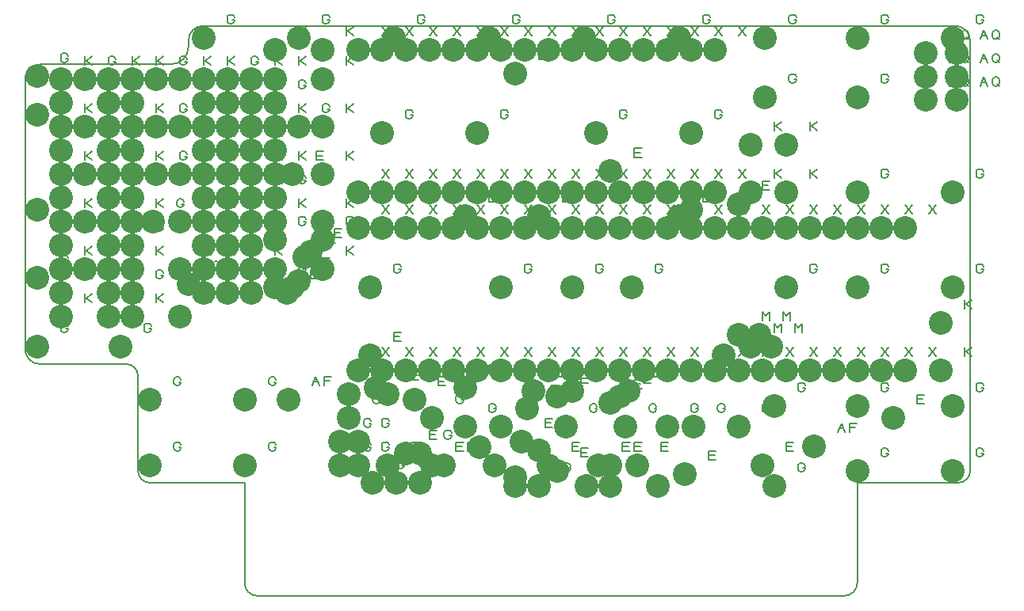
<source format=gbr>
G04 DesignSpark PCB PRO Gerber Version 10.0 Build 5299*
G04 #@! TF.Part,Single*
G04 #@! TF.FileFunction,Drillmap*
G04 #@! TF.FilePolarity,Positive*
%FSLAX35Y35*%
%MOIN*%
%ADD13C,0.00500*%
G04 #@! TA.AperFunction,WasherPad*
%ADD78C,0.10000*%
G04 #@! TD.AperFunction*
X0Y0D02*
D02*
D13*
X32437Y122152D02*
X33375D01*
Y121839D01*
X33063Y121214D01*
X32750Y120902D01*
X32125Y120589D01*
X31500D01*
X30875Y120902D01*
X30563Y121214D01*
X30250Y121839D01*
Y123089D01*
X30563Y123714D01*
X30875Y124027D01*
X31500Y124339D01*
X32125D01*
X32750Y124027D01*
X33063Y123714D01*
X33375Y123089D01*
X32437Y150902D02*
X33375D01*
Y150589D01*
X33063Y149964D01*
X32750Y149652D01*
X32125Y149339D01*
X31500D01*
X30875Y149652D01*
X30563Y149964D01*
X30250Y150589D01*
Y151839D01*
X30563Y152464D01*
X30875Y152777D01*
X31500Y153089D01*
X32125D01*
X32750Y152777D01*
X33063Y152464D01*
X33375Y151839D01*
X32437Y179652D02*
X33375D01*
Y179339D01*
X33063Y178714D01*
X32750Y178402D01*
X32125Y178089D01*
X31500D01*
X30875Y178402D01*
X30563Y178714D01*
X30250Y179339D01*
Y180589D01*
X30563Y181214D01*
X30875Y181527D01*
X31500Y181839D01*
X32125D01*
X32750Y181527D01*
X33063Y181214D01*
X33375Y180589D01*
X32437Y219652D02*
X33375D01*
Y219339D01*
X33063Y218714D01*
X32750Y218402D01*
X32125Y218089D01*
X31500D01*
X30875Y218402D01*
X30563Y218714D01*
X30250Y219339D01*
Y220589D01*
X30563Y221214D01*
X30875Y221527D01*
X31500Y221839D01*
X32125D01*
X32750Y221527D01*
X33063Y221214D01*
X33375Y220589D01*
X32437Y235902D02*
X33375D01*
Y235589D01*
X33063Y234964D01*
X32750Y234652D01*
X32125Y234339D01*
X31500D01*
X30875Y234652D01*
X30563Y234964D01*
X30250Y235589D01*
Y236839D01*
X30563Y237464D01*
X30875Y237777D01*
X31500Y238089D01*
X32125D01*
X32750Y237777D01*
X33063Y237464D01*
X33375Y236839D01*
X40250Y133089D02*
Y136839D01*
Y134964D02*
X41187D01*
X43375Y136839D01*
X41187Y134964D02*
X43375Y133089D01*
X40250Y143089D02*
Y146839D01*
Y144964D02*
X41187D01*
X43375Y146839D01*
X41187Y144964D02*
X43375Y143089D01*
X40250Y153089D02*
Y156839D01*
Y154964D02*
X41187D01*
X43375Y156839D01*
X41187Y154964D02*
X43375Y153089D01*
X40250Y163089D02*
Y166839D01*
Y164964D02*
X41187D01*
X43375Y166839D01*
X41187Y164964D02*
X43375Y163089D01*
X40250Y173089D02*
Y176839D01*
Y174964D02*
X41187D01*
X43375Y176839D01*
X41187Y174964D02*
X43375Y173089D01*
X40250Y183089D02*
Y186839D01*
Y184964D02*
X41187D01*
X43375Y186839D01*
X41187Y184964D02*
X43375Y183089D01*
X40250Y193089D02*
Y196839D01*
Y194964D02*
X41187D01*
X43375Y196839D01*
X41187Y194964D02*
X43375Y193089D01*
X40250Y203089D02*
Y206839D01*
Y204964D02*
X41187D01*
X43375Y206839D01*
X41187Y204964D02*
X43375Y203089D01*
X40250Y213089D02*
Y216839D01*
Y214964D02*
X41187D01*
X43375Y216839D01*
X41187Y214964D02*
X43375Y213089D01*
X40250Y223089D02*
Y226839D01*
Y224964D02*
X41187D01*
X43375Y226839D01*
X41187Y224964D02*
X43375Y223089D01*
X40250Y233089D02*
Y236839D01*
Y234964D02*
X41187D01*
X43375Y236839D01*
X41187Y234964D02*
X43375Y233089D01*
X52437Y154652D02*
X53375D01*
Y154339D01*
X53063Y153714D01*
X52750Y153402D01*
X52125Y153089D01*
X51500D01*
X50875Y153402D01*
X50563Y153714D01*
X50250Y154339D01*
Y155589D01*
X50563Y156214D01*
X50875Y156527D01*
X51500Y156839D01*
X52125D01*
X52750Y156527D01*
X53063Y156214D01*
X53375Y155589D01*
X52437Y174652D02*
X53375D01*
Y174339D01*
X53063Y173714D01*
X52750Y173402D01*
X52125Y173089D01*
X51500D01*
X50875Y173402D01*
X50563Y173714D01*
X50250Y174339D01*
Y175589D01*
X50563Y176214D01*
X50875Y176527D01*
X51500Y176839D01*
X52125D01*
X52750Y176527D01*
X53063Y176214D01*
X53375Y175589D01*
X52437Y194652D02*
X53375D01*
Y194339D01*
X53063Y193714D01*
X52750Y193402D01*
X52125Y193089D01*
X51500D01*
X50875Y193402D01*
X50563Y193714D01*
X50250Y194339D01*
Y195589D01*
X50563Y196214D01*
X50875Y196527D01*
X51500Y196839D01*
X52125D01*
X52750Y196527D01*
X53063Y196214D01*
X53375Y195589D01*
X52437Y214652D02*
X53375D01*
Y214339D01*
X53063Y213714D01*
X52750Y213402D01*
X52125Y213089D01*
X51500D01*
X50875Y213402D01*
X50563Y213714D01*
X50250Y214339D01*
Y215589D01*
X50563Y216214D01*
X50875Y216527D01*
X51500Y216839D01*
X52125D01*
X52750Y216527D01*
X53063Y216214D01*
X53375Y215589D01*
X52437Y234652D02*
X53375D01*
Y234339D01*
X53063Y233714D01*
X52750Y233402D01*
X52125Y233089D01*
X51500D01*
X50875Y233402D01*
X50563Y233714D01*
X50250Y234339D01*
Y235589D01*
X50563Y236214D01*
X50875Y236527D01*
X51500Y236839D01*
X52125D01*
X52750Y236527D01*
X53063Y236214D01*
X53375Y235589D01*
X60250Y133089D02*
Y136839D01*
Y134964D02*
X61187D01*
X63375Y136839D01*
X61187Y134964D02*
X63375Y133089D01*
X60250Y143089D02*
Y146839D01*
Y144964D02*
X61187D01*
X63375Y146839D01*
X61187Y144964D02*
X63375Y143089D01*
X60250Y153089D02*
Y156839D01*
Y154964D02*
X61187D01*
X63375Y156839D01*
X61187Y154964D02*
X63375Y153089D01*
X60250Y163089D02*
Y166839D01*
Y164964D02*
X61187D01*
X63375Y166839D01*
X61187Y164964D02*
X63375Y163089D01*
X60250Y173089D02*
Y176839D01*
Y174964D02*
X61187D01*
X63375Y176839D01*
X61187Y174964D02*
X63375Y173089D01*
X60250Y183089D02*
Y186839D01*
Y184964D02*
X61187D01*
X63375Y186839D01*
X61187Y184964D02*
X63375Y183089D01*
X60250Y193089D02*
Y196839D01*
Y194964D02*
X61187D01*
X63375Y196839D01*
X61187Y194964D02*
X63375Y193089D01*
X60250Y203089D02*
Y206839D01*
Y204964D02*
X61187D01*
X63375Y206839D01*
X61187Y204964D02*
X63375Y203089D01*
X60250Y213089D02*
Y216839D01*
Y214964D02*
X61187D01*
X63375Y216839D01*
X61187Y214964D02*
X63375Y213089D01*
X60250Y223089D02*
Y226839D01*
Y224964D02*
X61187D01*
X63375Y226839D01*
X61187Y224964D02*
X63375Y223089D01*
X60250Y233089D02*
Y236839D01*
Y234964D02*
X61187D01*
X63375Y236839D01*
X61187Y234964D02*
X63375Y233089D01*
X67437Y122152D02*
X68375D01*
Y121839D01*
X68063Y121214D01*
X67750Y120902D01*
X67125Y120589D01*
X66500D01*
X65875Y120902D01*
X65563Y121214D01*
X65250Y121839D01*
Y123089D01*
X65563Y123714D01*
X65875Y124027D01*
X66500Y124339D01*
X67125D01*
X67750Y124027D01*
X68063Y123714D01*
X68375Y123089D01*
X70250Y133089D02*
Y136839D01*
Y134964D02*
X71187D01*
X73375Y136839D01*
X71187Y134964D02*
X73375Y133089D01*
X72437Y144652D02*
X73375D01*
Y144339D01*
X73063Y143714D01*
X72750Y143402D01*
X72125Y143089D01*
X71500D01*
X70875Y143402D01*
X70563Y143714D01*
X70250Y144339D01*
Y145589D01*
X70563Y146214D01*
X70875Y146527D01*
X71500Y146839D01*
X72125D01*
X72750Y146527D01*
X73063Y146214D01*
X73375Y145589D01*
X70250Y153089D02*
Y156839D01*
Y154964D02*
X71187D01*
X73375Y156839D01*
X71187Y154964D02*
X73375Y153089D01*
X72437Y164652D02*
X73375D01*
Y164339D01*
X73063Y163714D01*
X72750Y163402D01*
X72125Y163089D01*
X71500D01*
X70875Y163402D01*
X70563Y163714D01*
X70250Y164339D01*
Y165589D01*
X70563Y166214D01*
X70875Y166527D01*
X71500Y166839D01*
X72125D01*
X72750Y166527D01*
X73063Y166214D01*
X73375Y165589D01*
X70250Y173089D02*
Y176839D01*
Y174964D02*
X71187D01*
X73375Y176839D01*
X71187Y174964D02*
X73375Y173089D01*
X72437Y184652D02*
X73375D01*
Y184339D01*
X73063Y183714D01*
X72750Y183402D01*
X72125Y183089D01*
X71500D01*
X70875Y183402D01*
X70563Y183714D01*
X70250Y184339D01*
Y185589D01*
X70563Y186214D01*
X70875Y186527D01*
X71500Y186839D01*
X72125D01*
X72750Y186527D01*
X73063Y186214D01*
X73375Y185589D01*
X70250Y193089D02*
Y196839D01*
Y194964D02*
X71187D01*
X73375Y196839D01*
X71187Y194964D02*
X73375Y193089D01*
X72437Y204652D02*
X73375D01*
Y204339D01*
X73063Y203714D01*
X72750Y203402D01*
X72125Y203089D01*
X71500D01*
X70875Y203402D01*
X70563Y203714D01*
X70250Y204339D01*
Y205589D01*
X70563Y206214D01*
X70875Y206527D01*
X71500Y206839D01*
X72125D01*
X72750Y206527D01*
X73063Y206214D01*
X73375Y205589D01*
X70250Y213089D02*
Y216839D01*
Y214964D02*
X71187D01*
X73375Y216839D01*
X71187Y214964D02*
X73375Y213089D01*
X72437Y224652D02*
X73375D01*
Y224339D01*
X73063Y223714D01*
X72750Y223402D01*
X72125Y223089D01*
X71500D01*
X70875Y223402D01*
X70563Y223714D01*
X70250Y224339D01*
Y225589D01*
X70563Y226214D01*
X70875Y226527D01*
X71500Y226839D01*
X72125D01*
X72750Y226527D01*
X73063Y226214D01*
X73375Y225589D01*
X70250Y233089D02*
Y236839D01*
Y234964D02*
X71187D01*
X73375Y236839D01*
X71187Y234964D02*
X73375Y233089D01*
X79937Y72152D02*
X80875D01*
Y71839D01*
X80563Y71214D01*
X80250Y70902D01*
X79625Y70589D01*
X79000D01*
X78375Y70902D01*
X78063Y71214D01*
X77750Y71839D01*
Y73089D01*
X78063Y73714D01*
X78375Y74027D01*
X79000Y74339D01*
X79625D01*
X80250Y74027D01*
X80563Y73714D01*
X80875Y73089D01*
X79937Y99652D02*
X80875D01*
Y99339D01*
X80563Y98714D01*
X80250Y98402D01*
X79625Y98089D01*
X79000D01*
X78375Y98402D01*
X78063Y98714D01*
X77750Y99339D01*
Y100589D01*
X78063Y101214D01*
X78375Y101527D01*
X79000Y101839D01*
X79625D01*
X80250Y101527D01*
X80563Y101214D01*
X80875Y100589D01*
X81187Y174652D02*
X82125D01*
Y174339D01*
X81813Y173714D01*
X81500Y173402D01*
X80875Y173089D01*
X80250D01*
X79625Y173402D01*
X79313Y173714D01*
X79000Y174339D01*
Y175589D01*
X79313Y176214D01*
X79625Y176527D01*
X80250Y176839D01*
X80875D01*
X81500Y176527D01*
X81813Y176214D01*
X82125Y175589D01*
X82437Y194652D02*
X83375D01*
Y194339D01*
X83063Y193714D01*
X82750Y193402D01*
X82125Y193089D01*
X81500D01*
X80875Y193402D01*
X80563Y193714D01*
X80250Y194339D01*
Y195589D01*
X80563Y196214D01*
X80875Y196527D01*
X81500Y196839D01*
X82125D01*
X82750Y196527D01*
X83063Y196214D01*
X83375Y195589D01*
X82437Y214652D02*
X83375D01*
Y214339D01*
X83063Y213714D01*
X82750Y213402D01*
X82125Y213089D01*
X81500D01*
X80875Y213402D01*
X80563Y213714D01*
X80250Y214339D01*
Y215589D01*
X80563Y216214D01*
X80875Y216527D01*
X81500Y216839D01*
X82125D01*
X82750Y216527D01*
X83063Y216214D01*
X83375Y215589D01*
X82437Y234652D02*
X83375D01*
Y234339D01*
X83063Y233714D01*
X82750Y233402D01*
X82125Y233089D01*
X81500D01*
X80875Y233402D01*
X80563Y233714D01*
X80250Y234339D01*
Y235589D01*
X80563Y236214D01*
X80875Y236527D01*
X81500Y236839D01*
X82125D01*
X82750Y236527D01*
X83063Y236214D01*
X83375Y235589D01*
X90250Y133089D02*
Y136839D01*
Y134964D02*
X91187D01*
X93375Y136839D01*
X91187Y134964D02*
X93375Y133089D01*
X90250Y153089D02*
Y156839D01*
Y154964D02*
X91187D01*
X93375Y156839D01*
X91187Y154964D02*
X93375Y153089D01*
X90250Y173089D02*
Y176839D01*
Y174964D02*
X91187D01*
X93375Y176839D01*
X91187Y174964D02*
X93375Y173089D01*
X90250Y193089D02*
Y196839D01*
Y194964D02*
X91187D01*
X93375Y196839D01*
X91187Y194964D02*
X93375Y193089D01*
X90250Y213089D02*
Y216839D01*
Y214964D02*
X91187D01*
X93375Y216839D01*
X91187Y214964D02*
X93375Y213089D01*
X90250Y233089D02*
Y236839D01*
Y234964D02*
X91187D01*
X93375Y236839D01*
X91187Y234964D02*
X93375Y233089D01*
X96187Y148402D02*
X97125D01*
Y148089D01*
X96813Y147464D01*
X96500Y147152D01*
X95875Y146839D01*
X95250D01*
X94625Y147152D01*
X94313Y147464D01*
X94000Y148089D01*
Y149339D01*
X94313Y149964D01*
X94625Y150277D01*
X95250Y150589D01*
X95875D01*
X96500Y150277D01*
X96813Y149964D01*
X97125Y149339D01*
X100250Y143089D02*
Y146839D01*
Y144964D02*
X101187D01*
X103375Y146839D01*
X101187Y144964D02*
X103375Y143089D01*
X100250Y153089D02*
Y156839D01*
Y154964D02*
X101187D01*
X103375Y156839D01*
X101187Y154964D02*
X103375Y153089D01*
X100250Y163089D02*
Y166839D01*
Y164964D02*
X101187D01*
X103375Y166839D01*
X101187Y164964D02*
X103375Y163089D01*
X100250Y173089D02*
Y176839D01*
Y174964D02*
X101187D01*
X103375Y176839D01*
X101187Y174964D02*
X103375Y173089D01*
X100250Y183089D02*
Y186839D01*
Y184964D02*
X101187D01*
X103375Y186839D01*
X101187Y184964D02*
X103375Y183089D01*
X100250Y193089D02*
Y196839D01*
Y194964D02*
X101187D01*
X103375Y196839D01*
X101187Y194964D02*
X103375Y193089D01*
X100250Y203089D02*
Y206839D01*
Y204964D02*
X101187D01*
X103375Y206839D01*
X101187Y204964D02*
X103375Y203089D01*
X100250Y213089D02*
Y216839D01*
Y214964D02*
X101187D01*
X103375Y216839D01*
X101187Y214964D02*
X103375Y213089D01*
X100250Y223089D02*
Y226839D01*
Y224964D02*
X101187D01*
X103375Y226839D01*
X101187Y224964D02*
X103375Y223089D01*
X100250Y233089D02*
Y236839D01*
Y234964D02*
X101187D01*
X103375Y236839D01*
X101187Y234964D02*
X103375Y233089D01*
X102437Y252152D02*
X103375D01*
Y251839D01*
X103063Y251214D01*
X102750Y250902D01*
X102125Y250589D01*
X101500D01*
X100875Y250902D01*
X100563Y251214D01*
X100250Y251839D01*
Y253089D01*
X100563Y253714D01*
X100875Y254027D01*
X101500Y254339D01*
X102125D01*
X102750Y254027D01*
X103063Y253714D01*
X103375Y253089D01*
X112437Y144652D02*
X113375D01*
Y144339D01*
X113063Y143714D01*
X112750Y143402D01*
X112125Y143089D01*
X111500D01*
X110875Y143402D01*
X110563Y143714D01*
X110250Y144339D01*
Y145589D01*
X110563Y146214D01*
X110875Y146527D01*
X111500Y146839D01*
X112125D01*
X112750Y146527D01*
X113063Y146214D01*
X113375Y145589D01*
X112437Y154652D02*
X113375D01*
Y154339D01*
X113063Y153714D01*
X112750Y153402D01*
X112125Y153089D01*
X111500D01*
X110875Y153402D01*
X110563Y153714D01*
X110250Y154339D01*
Y155589D01*
X110563Y156214D01*
X110875Y156527D01*
X111500Y156839D01*
X112125D01*
X112750Y156527D01*
X113063Y156214D01*
X113375Y155589D01*
X112437Y164652D02*
X113375D01*
Y164339D01*
X113063Y163714D01*
X112750Y163402D01*
X112125Y163089D01*
X111500D01*
X110875Y163402D01*
X110563Y163714D01*
X110250Y164339D01*
Y165589D01*
X110563Y166214D01*
X110875Y166527D01*
X111500Y166839D01*
X112125D01*
X112750Y166527D01*
X113063Y166214D01*
X113375Y165589D01*
X112437Y174652D02*
X113375D01*
Y174339D01*
X113063Y173714D01*
X112750Y173402D01*
X112125Y173089D01*
X111500D01*
X110875Y173402D01*
X110563Y173714D01*
X110250Y174339D01*
Y175589D01*
X110563Y176214D01*
X110875Y176527D01*
X111500Y176839D01*
X112125D01*
X112750Y176527D01*
X113063Y176214D01*
X113375Y175589D01*
X112437Y184652D02*
X113375D01*
Y184339D01*
X113063Y183714D01*
X112750Y183402D01*
X112125Y183089D01*
X111500D01*
X110875Y183402D01*
X110563Y183714D01*
X110250Y184339D01*
Y185589D01*
X110563Y186214D01*
X110875Y186527D01*
X111500Y186839D01*
X112125D01*
X112750Y186527D01*
X113063Y186214D01*
X113375Y185589D01*
X112437Y194652D02*
X113375D01*
Y194339D01*
X113063Y193714D01*
X112750Y193402D01*
X112125Y193089D01*
X111500D01*
X110875Y193402D01*
X110563Y193714D01*
X110250Y194339D01*
Y195589D01*
X110563Y196214D01*
X110875Y196527D01*
X111500Y196839D01*
X112125D01*
X112750Y196527D01*
X113063Y196214D01*
X113375Y195589D01*
X112437Y204652D02*
X113375D01*
Y204339D01*
X113063Y203714D01*
X112750Y203402D01*
X112125Y203089D01*
X111500D01*
X110875Y203402D01*
X110563Y203714D01*
X110250Y204339D01*
Y205589D01*
X110563Y206214D01*
X110875Y206527D01*
X111500Y206839D01*
X112125D01*
X112750Y206527D01*
X113063Y206214D01*
X113375Y205589D01*
X112437Y214652D02*
X113375D01*
Y214339D01*
X113063Y213714D01*
X112750Y213402D01*
X112125Y213089D01*
X111500D01*
X110875Y213402D01*
X110563Y213714D01*
X110250Y214339D01*
Y215589D01*
X110563Y216214D01*
X110875Y216527D01*
X111500Y216839D01*
X112125D01*
X112750Y216527D01*
X113063Y216214D01*
X113375Y215589D01*
X112437Y224652D02*
X113375D01*
Y224339D01*
X113063Y223714D01*
X112750Y223402D01*
X112125Y223089D01*
X111500D01*
X110875Y223402D01*
X110563Y223714D01*
X110250Y224339D01*
Y225589D01*
X110563Y226214D01*
X110875Y226527D01*
X111500Y226839D01*
X112125D01*
X112750Y226527D01*
X113063Y226214D01*
X113375Y225589D01*
X112437Y234652D02*
X113375D01*
Y234339D01*
X113063Y233714D01*
X112750Y233402D01*
X112125Y233089D01*
X111500D01*
X110875Y233402D01*
X110563Y233714D01*
X110250Y234339D01*
Y235589D01*
X110563Y236214D01*
X110875Y236527D01*
X111500Y236839D01*
X112125D01*
X112750Y236527D01*
X113063Y236214D01*
X113375Y235589D01*
X112946Y9569D02*
X359806D01*
G75*
G03*
X365304Y15066I0J5497D01*
G01*
Y57207D01*
X407750D01*
G75*
G03*
X412750Y62207I0J5000D01*
G01*
Y243402D01*
G75*
G03*
X406500Y249652I-6250J0D01*
G01*
X90250D01*
G75*
G03*
X84000Y243402I0J-6250D01*
G01*
Y240902D01*
G75*
G02*
X76500Y233402I-7500J0D01*
G01*
X21500D01*
G75*
G03*
X15250Y227152I0J-6250D01*
G01*
Y113457D01*
G75*
G03*
X21500Y107207I6250J0D01*
G01*
X57750D01*
G75*
G02*
X62750Y102207I0J-5000D01*
G01*
Y62207D01*
G75*
G03*
X67750Y57207I5000J0D01*
G01*
X107666D01*
Y14849D01*
G75*
G03*
X112946Y9569I5280J0D01*
G01*
X119937Y72152D02*
X120875D01*
Y71839D01*
X120563Y71214D01*
X120250Y70902D01*
X119625Y70589D01*
X119000D01*
X118375Y70902D01*
X118063Y71214D01*
X117750Y71839D01*
Y73089D01*
X118063Y73714D01*
X118375Y74027D01*
X119000Y74339D01*
X119625D01*
X120250Y74027D01*
X120563Y73714D01*
X120875Y73089D01*
X119937Y99652D02*
X120875D01*
Y99339D01*
X120563Y98714D01*
X120250Y98402D01*
X119625Y98089D01*
X119000D01*
X118375Y98402D01*
X118063Y98714D01*
X117750Y99339D01*
Y100589D01*
X118063Y101214D01*
X118375Y101527D01*
X119000Y101839D01*
X119625D01*
X120250Y101527D01*
X120563Y101214D01*
X120875Y100589D01*
X120250Y143089D02*
Y146839D01*
Y144964D02*
X121187D01*
X123375Y146839D01*
X121187Y144964D02*
X123375Y143089D01*
X120250Y153089D02*
Y156839D01*
Y154964D02*
X121187D01*
X123375Y156839D01*
X121187Y154964D02*
X123375Y153089D01*
X120250Y163089D02*
Y166839D01*
Y164964D02*
X121187D01*
X123375Y166839D01*
X121187Y164964D02*
X123375Y163089D01*
X120250Y173089D02*
Y176839D01*
Y174964D02*
X121187D01*
X123375Y176839D01*
X121187Y174964D02*
X123375Y173089D01*
X120250Y183089D02*
Y186839D01*
Y184964D02*
X121187D01*
X123375Y186839D01*
X121187Y184964D02*
X123375Y183089D01*
X120250Y193089D02*
Y196839D01*
Y194964D02*
X121187D01*
X123375Y196839D01*
X121187Y194964D02*
X123375Y193089D01*
X120250Y203089D02*
Y206839D01*
Y204964D02*
X121187D01*
X123375Y206839D01*
X121187Y204964D02*
X123375Y203089D01*
X120250Y213089D02*
Y216839D01*
Y214964D02*
X121187D01*
X123375Y216839D01*
X121187Y214964D02*
X123375Y213089D01*
X120250Y223089D02*
Y226839D01*
Y224964D02*
X121187D01*
X123375Y226839D01*
X121187Y224964D02*
X123375Y223089D01*
X120250Y233089D02*
Y236839D01*
Y234964D02*
X121187D01*
X123375Y236839D01*
X121187Y234964D02*
X123375Y233089D01*
X132437Y147152D02*
X133375D01*
Y146839D01*
X133063Y146214D01*
X132750Y145902D01*
X132125Y145589D01*
X131500D01*
X130875Y145902D01*
X130563Y146214D01*
X130250Y146839D01*
Y148089D01*
X130563Y148714D01*
X130875Y149027D01*
X131500Y149339D01*
X132125D01*
X132750Y149027D01*
X133063Y148714D01*
X133375Y148089D01*
X130250Y153089D02*
Y156839D01*
Y154964D02*
X131187D01*
X133375Y156839D01*
X131187Y154964D02*
X133375Y153089D01*
X132437Y167152D02*
X133375D01*
Y166839D01*
X133063Y166214D01*
X132750Y165902D01*
X132125Y165589D01*
X131500D01*
X130875Y165902D01*
X130563Y166214D01*
X130250Y166839D01*
Y168089D01*
X130563Y168714D01*
X130875Y169027D01*
X131500Y169339D01*
X132125D01*
X132750Y169027D01*
X133063Y168714D01*
X133375Y168089D01*
X130250Y173089D02*
Y176839D01*
Y174964D02*
X131187D01*
X133375Y176839D01*
X131187Y174964D02*
X133375Y173089D01*
X132437Y184652D02*
X133375D01*
Y184339D01*
X133063Y183714D01*
X132750Y183402D01*
X132125Y183089D01*
X131500D01*
X130875Y183402D01*
X130563Y183714D01*
X130250Y184339D01*
Y185589D01*
X130563Y186214D01*
X130875Y186527D01*
X131500Y186839D01*
X132125D01*
X132750Y186527D01*
X133063Y186214D01*
X133375Y185589D01*
X130250Y193089D02*
Y196839D01*
Y194964D02*
X131187D01*
X133375Y196839D01*
X131187Y194964D02*
X133375Y193089D01*
X132437Y204652D02*
X133375D01*
Y204339D01*
X133063Y203714D01*
X132750Y203402D01*
X132125Y203089D01*
X131500D01*
X130875Y203402D01*
X130563Y203714D01*
X130250Y204339D01*
Y205589D01*
X130563Y206214D01*
X130875Y206527D01*
X131500Y206839D01*
X132125D01*
X132750Y206527D01*
X133063Y206214D01*
X133375Y205589D01*
X130250Y213089D02*
Y216839D01*
Y214964D02*
X131187D01*
X133375Y216839D01*
X131187Y214964D02*
X133375Y213089D01*
X132437Y224652D02*
X133375D01*
Y224339D01*
X133063Y223714D01*
X132750Y223402D01*
X132125Y223089D01*
X131500D01*
X130875Y223402D01*
X130563Y223714D01*
X130250Y224339D01*
Y225589D01*
X130563Y226214D01*
X130875Y226527D01*
X131500Y226839D01*
X132125D01*
X132750Y226527D01*
X133063Y226214D01*
X133375Y225589D01*
X130250Y233089D02*
Y236839D01*
Y234964D02*
X131187D01*
X133375Y236839D01*
X131187Y234964D02*
X133375Y233089D01*
X130250Y245589D02*
Y249339D01*
Y247464D02*
X131187D01*
X133375Y249339D01*
X131187Y247464D02*
X133375Y245589D01*
X135250Y143089D02*
Y146839D01*
X138375D01*
X137750Y144964D02*
X135250D01*
Y143089D02*
X138375D01*
X135933Y98184D02*
X137496Y101934D01*
X139059Y98184D01*
X136559Y99746D02*
X138433D01*
X140933Y98184D02*
Y101934D01*
X144059D01*
X143433Y100059D02*
X140933D01*
X137750Y145589D02*
Y149339D01*
X140875D01*
X140250Y147464D02*
X137750D01*
Y145589D02*
X140875D01*
X137750Y193089D02*
Y196839D01*
X140875D01*
X140250Y194964D02*
X137750D01*
Y193089D02*
X140875D01*
X140250Y148089D02*
Y151839D01*
X143375D01*
X142750Y149964D02*
X140250D01*
Y148089D02*
X143375D01*
X142437Y214652D02*
X143375D01*
Y214339D01*
X143063Y213714D01*
X142750Y213402D01*
X142125Y213089D01*
X141500D01*
X140875Y213402D01*
X140563Y213714D01*
X140250Y214339D01*
Y215589D01*
X140563Y216214D01*
X140875Y216527D01*
X141500Y216839D01*
X142125D01*
X142750Y216527D01*
X143063Y216214D01*
X143375Y215589D01*
X142437Y252152D02*
X143375D01*
Y251839D01*
X143063Y251214D01*
X142750Y250902D01*
X142125Y250589D01*
X141500D01*
X140875Y250902D01*
X140563Y251214D01*
X140250Y251839D01*
Y253089D01*
X140563Y253714D01*
X140875Y254027D01*
X141500Y254339D01*
X142125D01*
X142750Y254027D01*
X143063Y253714D01*
X143375Y253089D01*
X142750Y158089D02*
Y161839D01*
X145875D01*
X145250Y159964D02*
X142750D01*
Y158089D02*
X145875D01*
X145250Y160589D02*
Y164339D01*
X148375D01*
X147750Y162464D02*
X145250D01*
Y160589D02*
X148375D01*
X150250Y153089D02*
Y156839D01*
Y154964D02*
X151187D01*
X153375Y156839D01*
X151187Y154964D02*
X153375Y153089D01*
X152437Y167152D02*
X153375D01*
Y166839D01*
X153063Y166214D01*
X152750Y165902D01*
X152125Y165589D01*
X151500D01*
X150875Y165902D01*
X150563Y166214D01*
X150250Y166839D01*
Y168089D01*
X150563Y168714D01*
X150875Y169027D01*
X151500Y169339D01*
X152125D01*
X152750Y169027D01*
X153063Y168714D01*
X153375Y168089D01*
X150250Y173089D02*
Y176839D01*
Y174964D02*
X151187D01*
X153375Y176839D01*
X151187Y174964D02*
X153375Y173089D01*
X150250Y193089D02*
Y196839D01*
Y194964D02*
X151187D01*
X153375Y196839D01*
X151187Y194964D02*
X153375Y193089D01*
X150250Y213089D02*
Y216839D01*
Y214964D02*
X151187D01*
X153375Y216839D01*
X151187Y214964D02*
X153375Y213089D01*
X150250Y233089D02*
Y236839D01*
Y234964D02*
X151187D01*
X153375Y236839D01*
X151187Y234964D02*
X153375Y233089D01*
X150250Y245589D02*
Y249339D01*
Y247464D02*
X151187D01*
X153375Y249339D01*
X151187Y247464D02*
X153375Y245589D01*
X159937Y72152D02*
X160875D01*
Y71839D01*
X160563Y71214D01*
X160250Y70902D01*
X159625Y70589D01*
X159000D01*
X158375Y70902D01*
X158063Y71214D01*
X157750Y71839D01*
Y73089D01*
X158063Y73714D01*
X158375Y74027D01*
X159000Y74339D01*
X159625D01*
X160250Y74027D01*
X160563Y73714D01*
X160875Y73089D01*
X159937Y82152D02*
X160875D01*
Y81839D01*
X160563Y81214D01*
X160250Y80902D01*
X159625Y80589D01*
X159000D01*
X158375Y80902D01*
X158063Y81214D01*
X157750Y81839D01*
Y83089D01*
X158063Y83714D01*
X158375Y84027D01*
X159000Y84339D01*
X159625D01*
X160250Y84027D01*
X160563Y83714D01*
X160875Y83089D01*
X163687Y92152D02*
X164625D01*
Y91839D01*
X164313Y91214D01*
X164000Y90902D01*
X163375Y90589D01*
X162750D01*
X162125Y90902D01*
X161813Y91214D01*
X161500Y91839D01*
Y93089D01*
X161813Y93714D01*
X162125Y94027D01*
X162750Y94339D01*
X163375D01*
X164000Y94027D01*
X164313Y93714D01*
X164625Y93089D01*
X163687Y102152D02*
X164625D01*
Y101839D01*
X164313Y101214D01*
X164000Y100902D01*
X163375Y100589D01*
X162750D01*
X162125Y100902D01*
X161813Y101214D01*
X161500Y101839D01*
Y103089D01*
X161813Y103714D01*
X162125Y104027D01*
X162750Y104339D01*
X163375D01*
X164000Y104027D01*
X164313Y103714D01*
X164625Y103089D01*
X167437Y72152D02*
X168375D01*
Y71839D01*
X168063Y71214D01*
X167750Y70902D01*
X167125Y70589D01*
X166500D01*
X165875Y70902D01*
X165563Y71214D01*
X165250Y71839D01*
Y73089D01*
X165563Y73714D01*
X165875Y74027D01*
X166500Y74339D01*
X167125D01*
X167750Y74027D01*
X168063Y73714D01*
X168375Y73089D01*
X167437Y82152D02*
X168375D01*
Y81839D01*
X168063Y81214D01*
X167750Y80902D01*
X167125Y80589D01*
X166500D01*
X165875Y80902D01*
X165563Y81214D01*
X165250Y81839D01*
Y83089D01*
X165563Y83714D01*
X165875Y84027D01*
X166500Y84339D01*
X167125D01*
X167750Y84027D01*
X168063Y83714D01*
X168375Y83089D01*
X165250Y110589D02*
X168375Y114339D01*
X165250D02*
X168375Y110589D01*
X165250Y170589D02*
X168375Y174339D01*
X165250D02*
X168375Y170589D01*
X165250Y185589D02*
X168375Y189339D01*
X165250D02*
X168375Y185589D01*
X165250Y245589D02*
X168375Y249339D01*
X165250D02*
X168375Y245589D01*
X170250Y116839D02*
Y120589D01*
X173375D01*
X172750Y118714D02*
X170250D01*
Y116839D02*
X173375D01*
X172437Y147152D02*
X173375D01*
Y146839D01*
X173063Y146214D01*
X172750Y145902D01*
X172125Y145589D01*
X171500D01*
X170875Y145902D01*
X170563Y146214D01*
X170250Y146839D01*
Y148089D01*
X170563Y148714D01*
X170875Y149027D01*
X171500Y149339D01*
X172125D01*
X172750Y149027D01*
X173063Y148714D01*
X173375Y148089D01*
X173687Y64652D02*
X174625D01*
Y64339D01*
X174313Y63714D01*
X174000Y63402D01*
X173375Y63089D01*
X172750D01*
X172125Y63402D01*
X171813Y63714D01*
X171500Y64339D01*
Y65589D01*
X171813Y66214D01*
X172125Y66527D01*
X172750Y66839D01*
X173375D01*
X174000Y66527D01*
X174313Y66214D01*
X174625Y65589D01*
X172750Y103089D02*
Y106839D01*
X175875D01*
X175250Y104964D02*
X172750D01*
Y103089D02*
X175875D01*
X175250Y110589D02*
X178375Y114339D01*
X175250D02*
X178375Y110589D01*
X175250Y170589D02*
X178375Y174339D01*
X175250D02*
X178375Y170589D01*
X175250Y185589D02*
X178375Y189339D01*
X175250D02*
X178375Y185589D01*
X177437Y212152D02*
X178375D01*
Y211839D01*
X178063Y211214D01*
X177750Y210902D01*
X177125Y210589D01*
X176500D01*
X175875Y210902D01*
X175563Y211214D01*
X175250Y211839D01*
Y213089D01*
X175563Y213714D01*
X175875Y214027D01*
X176500Y214339D01*
X177125D01*
X177750Y214027D01*
X178063Y213714D01*
X178375Y213089D01*
X175250Y245589D02*
X178375Y249339D01*
X175250D02*
X178375Y245589D01*
X177750Y70589D02*
Y74339D01*
X180875D01*
X180250Y72464D02*
X177750D01*
Y70589D02*
X180875D01*
X177750Y100589D02*
Y104339D01*
X180875D01*
X180250Y102464D02*
X177750D01*
Y100589D02*
X180875D01*
X182437Y252152D02*
X183375D01*
Y251839D01*
X183063Y251214D01*
X182750Y250902D01*
X182125Y250589D01*
X181500D01*
X180875Y250902D01*
X180563Y251214D01*
X180250Y251839D01*
Y253089D01*
X180563Y253714D01*
X180875Y254027D01*
X181500Y254339D01*
X182125D01*
X182750Y254027D01*
X183063Y253714D01*
X183375Y253089D01*
X183687Y64652D02*
X184625D01*
Y64339D01*
X184313Y63714D01*
X184000Y63402D01*
X183375Y63089D01*
X182750D01*
X182125Y63402D01*
X181813Y63714D01*
X181500Y64339D01*
Y65589D01*
X181813Y66214D01*
X182125Y66527D01*
X182750Y66839D01*
X183375D01*
X184000Y66527D01*
X184313Y66214D01*
X184625Y65589D01*
X185250Y75589D02*
Y79339D01*
X188375D01*
X187750Y77464D02*
X185250D01*
Y75589D02*
X188375D01*
X185250Y110589D02*
X188375Y114339D01*
X185250D02*
X188375Y110589D01*
X185250Y170589D02*
X188375Y174339D01*
X185250D02*
X188375Y170589D01*
X185250Y185589D02*
X188375Y189339D01*
X185250D02*
X188375Y185589D01*
X185250Y245589D02*
X188375Y249339D01*
X185250D02*
X188375Y245589D01*
X189000Y98089D02*
Y101839D01*
X192125D01*
X191500Y99964D02*
X189000D01*
Y98089D02*
X192125D01*
X193687Y64652D02*
X194625D01*
Y64339D01*
X194313Y63714D01*
X194000Y63402D01*
X193375Y63089D01*
X192750D01*
X192125Y63402D01*
X191813Y63714D01*
X191500Y64339D01*
Y65589D01*
X191813Y66214D01*
X192125Y66527D01*
X192750Y66839D01*
X193375D01*
X194000Y66527D01*
X194313Y66214D01*
X194625Y65589D01*
X193687Y77152D02*
X194625D01*
Y76839D01*
X194313Y76214D01*
X194000Y75902D01*
X193375Y75589D01*
X192750D01*
X192125Y75902D01*
X191813Y76214D01*
X191500Y76839D01*
Y78089D01*
X191813Y78714D01*
X192125Y79027D01*
X192750Y79339D01*
X193375D01*
X194000Y79027D01*
X194313Y78714D01*
X194625Y78089D01*
X195250Y110589D02*
X198375Y114339D01*
X195250D02*
X198375Y110589D01*
X195250Y170589D02*
X198375Y174339D01*
X195250D02*
X198375Y170589D01*
X195250Y185589D02*
X198375Y189339D01*
X195250D02*
X198375Y185589D01*
X195250Y245589D02*
X198375Y249339D01*
X195250D02*
X198375Y245589D01*
X196500Y70589D02*
Y74339D01*
X199625D01*
X199000Y72464D02*
X196500D01*
Y70589D02*
X199625D01*
X198687Y92152D02*
X199625D01*
Y91839D01*
X199313Y91214D01*
X199000Y90902D01*
X198375Y90589D01*
X197750D01*
X197125Y90902D01*
X196813Y91214D01*
X196500Y91839D01*
Y93089D01*
X196813Y93714D01*
X197125Y94027D01*
X197750Y94339D01*
X198375D01*
X199000Y94027D01*
X199313Y93714D01*
X199625Y93089D01*
X201500Y70589D02*
Y74339D01*
X204625D01*
X204000Y72464D02*
X201500D01*
Y70589D02*
X204625D01*
X205250Y110589D02*
X208375Y114339D01*
X205250D02*
X208375Y110589D01*
X205250Y170589D02*
X208375Y174339D01*
X205250D02*
X208375Y170589D01*
X205250Y185589D02*
X208375Y189339D01*
X205250D02*
X208375Y185589D01*
X205250Y245589D02*
X208375Y249339D01*
X205250D02*
X208375Y245589D01*
X212437Y88402D02*
X213375D01*
Y88089D01*
X213063Y87464D01*
X212750Y87152D01*
X212125Y86839D01*
X211500D01*
X210875Y87152D01*
X210563Y87464D01*
X210250Y88089D01*
Y89339D01*
X210563Y89964D01*
X210875Y90277D01*
X211500Y90589D01*
X212125D01*
X212750Y90277D01*
X213063Y89964D01*
X213375Y89339D01*
X210250Y103089D02*
Y106839D01*
X213375D01*
X212750Y104964D02*
X210250D01*
Y103089D02*
X213375D01*
X210250Y175589D02*
Y179339D01*
X213375D01*
X212750Y177464D02*
X210250D01*
Y175589D02*
X213375D01*
X215250Y110589D02*
X218375Y114339D01*
X215250D02*
X218375Y110589D01*
X215250Y170589D02*
X218375Y174339D01*
X215250D02*
X218375Y170589D01*
X215250Y185589D02*
X218375Y189339D01*
X215250D02*
X218375Y185589D01*
X217437Y212152D02*
X218375D01*
Y211839D01*
X218063Y211214D01*
X217750Y210902D01*
X217125Y210589D01*
X216500D01*
X215875Y210902D01*
X215563Y211214D01*
X215250Y211839D01*
Y213089D01*
X215563Y213714D01*
X215875Y214027D01*
X216500Y214339D01*
X217125D01*
X217750Y214027D01*
X218063Y213714D01*
X218375Y213089D01*
X215250Y245589D02*
X218375Y249339D01*
X215250D02*
X218375Y245589D01*
X216500Y78089D02*
Y81839D01*
X219625D01*
X219000Y79964D02*
X216500D01*
Y78089D02*
X219625D01*
X222437Y252152D02*
X223375D01*
Y251839D01*
X223063Y251214D01*
X222750Y250902D01*
X222125Y250589D01*
X221500D01*
X220875Y250902D01*
X220563Y251214D01*
X220250Y251839D01*
Y253089D01*
X220563Y253714D01*
X220875Y254027D01*
X221500Y254339D01*
X222125D01*
X222750Y254027D01*
X223063Y253714D01*
X223375Y253089D01*
X222750Y70589D02*
Y74339D01*
X225875D01*
X225250Y72464D02*
X222750D01*
Y70589D02*
X225875D01*
X227437Y88402D02*
X228375D01*
Y88089D01*
X228063Y87464D01*
X227750Y87152D01*
X227125Y86839D01*
X226500D01*
X225875Y87152D01*
X225563Y87464D01*
X225250Y88089D01*
Y89339D01*
X225563Y89964D01*
X225875Y90277D01*
X226500Y90589D01*
X227125D01*
X227750Y90277D01*
X228063Y89964D01*
X228375Y89339D01*
X225250Y110589D02*
X228375Y114339D01*
X225250D02*
X228375Y110589D01*
X227437Y147152D02*
X228375D01*
Y146839D01*
X228063Y146214D01*
X227750Y145902D01*
X227125Y145589D01*
X226500D01*
X225875Y145902D01*
X225563Y146214D01*
X225250Y146839D01*
Y148089D01*
X225563Y148714D01*
X225875Y149027D01*
X226500Y149339D01*
X227125D01*
X227750Y149027D01*
X228063Y148714D01*
X228375Y148089D01*
X225250Y170589D02*
X228375Y174339D01*
X225250D02*
X228375Y170589D01*
X225250Y185589D02*
X228375Y189339D01*
X225250D02*
X228375Y185589D01*
X225250Y245589D02*
X228375Y249339D01*
X225250D02*
X228375Y245589D01*
X233687Y63402D02*
X234625D01*
Y63089D01*
X234313Y62464D01*
X234000Y62152D01*
X233375Y61839D01*
X232750D01*
X232125Y62152D01*
X231813Y62464D01*
X231500Y63089D01*
Y64339D01*
X231813Y64964D01*
X232125Y65277D01*
X232750Y65589D01*
X233375D01*
X234000Y65277D01*
X234313Y64964D01*
X234625Y64339D01*
X231500Y65589D02*
Y69339D01*
X234625D01*
X234000Y67464D02*
X231500D01*
Y65589D02*
X234625D01*
X231500Y235589D02*
Y239339D01*
X234625D01*
X234000Y237464D02*
X231500D01*
Y235589D02*
X234625D01*
X234000Y80589D02*
Y84339D01*
X237125D01*
X236500Y82464D02*
X234000D01*
Y80589D02*
X237125D01*
X235250Y110589D02*
X238375Y114339D01*
X235250D02*
X238375Y110589D01*
X235250Y170589D02*
X238375Y174339D01*
X235250D02*
X238375Y170589D01*
X235250Y185589D02*
X238375Y189339D01*
X235250D02*
X238375Y185589D01*
X235250Y245589D02*
X238375Y249339D01*
X235250D02*
X238375Y245589D01*
X236485Y94339D02*
Y98089D01*
X239610D01*
X238985Y96214D02*
X236485D01*
Y94339D02*
X239610D01*
X239000Y101839D02*
Y105589D01*
X242125D01*
X241500Y103714D02*
X239000D01*
Y101839D02*
X242125D01*
X243687Y63402D02*
X244625D01*
Y63089D01*
X244313Y62464D01*
X244000Y62152D01*
X243375Y61839D01*
X242750D01*
X242125Y62152D01*
X241813Y62464D01*
X241500Y63089D01*
Y64339D01*
X241813Y64964D01*
X242125Y65277D01*
X242750Y65589D01*
X243375D01*
X244000Y65277D01*
X244313Y64964D01*
X244625Y64339D01*
X241500Y76839D02*
Y80589D01*
X244625D01*
X244000Y78714D02*
X241500D01*
Y76839D02*
X244625D01*
X241500Y175589D02*
Y179339D01*
X244625D01*
X244000Y177464D02*
X241500D01*
Y175589D02*
X244625D01*
X245250Y70589D02*
Y74339D01*
X248375D01*
X247750Y72464D02*
X245250D01*
Y70589D02*
X248375D01*
X245250Y110589D02*
X248375Y114339D01*
X245250D02*
X248375Y110589D01*
X245250Y170589D02*
X248375Y174339D01*
X245250D02*
X248375Y170589D01*
X245250Y185589D02*
X248375Y189339D01*
X245250D02*
X248375Y185589D01*
X245250Y245589D02*
X248375Y249339D01*
X245250D02*
X248375Y245589D01*
X249000Y68089D02*
Y71839D01*
X252125D01*
X251500Y69964D02*
X249000D01*
Y68089D02*
X252125D01*
X249000Y99339D02*
Y103089D01*
X252125D01*
X251500Y101214D02*
X249000D01*
Y99339D02*
X252125D01*
X254937Y88402D02*
X255875D01*
Y88089D01*
X255563Y87464D01*
X255250Y87152D01*
X254625Y86839D01*
X254000D01*
X253375Y87152D01*
X253063Y87464D01*
X252750Y88089D01*
Y89339D01*
X253063Y89964D01*
X253375Y90277D01*
X254000Y90589D01*
X254625D01*
X255250Y90277D01*
X255563Y89964D01*
X255875Y89339D01*
X255250Y101839D02*
Y105589D01*
X258375D01*
X257750Y103714D02*
X255250D01*
Y101839D02*
X258375D01*
X255250Y110589D02*
X258375Y114339D01*
X255250D02*
X258375Y110589D01*
X257437Y147152D02*
X258375D01*
Y146839D01*
X258063Y146214D01*
X257750Y145902D01*
X257125Y145589D01*
X256500D01*
X255875Y145902D01*
X255563Y146214D01*
X255250Y146839D01*
Y148089D01*
X255563Y148714D01*
X255875Y149027D01*
X256500Y149339D01*
X257125D01*
X257750Y149027D01*
X258063Y148714D01*
X258375Y148089D01*
X255250Y170589D02*
X258375Y174339D01*
X255250D02*
X258375Y170589D01*
X255250Y185589D02*
X258375Y189339D01*
X255250D02*
X258375Y185589D01*
X255250Y245589D02*
X258375Y249339D01*
X255250D02*
X258375Y245589D01*
X262437Y252152D02*
X263375D01*
Y251839D01*
X263063Y251214D01*
X262750Y250902D01*
X262125Y250589D01*
X261500D01*
X260875Y250902D01*
X260563Y251214D01*
X260250Y251839D01*
Y253089D01*
X260563Y253714D01*
X260875Y254027D01*
X261500Y254339D01*
X262125D01*
X262750Y254027D01*
X263063Y253714D01*
X263375Y253089D01*
X263687Y63402D02*
X264625D01*
Y63089D01*
X264313Y62464D01*
X264000Y62152D01*
X263375Y61839D01*
X262750D01*
X262125Y62152D01*
X261813Y62464D01*
X261500Y63089D01*
Y64339D01*
X261813Y64964D01*
X262125Y65277D01*
X262750Y65589D01*
X263375D01*
X264000Y65277D01*
X264313Y64964D01*
X264625Y64339D01*
X265250Y110589D02*
X268375Y114339D01*
X265250D02*
X268375Y110589D01*
X265250Y170589D02*
X268375Y174339D01*
X265250D02*
X268375Y170589D01*
X265250Y185589D02*
X268375Y189339D01*
X265250D02*
X268375Y185589D01*
X267437Y212152D02*
X268375D01*
Y211839D01*
X268063Y211214D01*
X267750Y210902D01*
X267125Y210589D01*
X266500D01*
X265875Y210902D01*
X265563Y211214D01*
X265250Y211839D01*
Y213089D01*
X265563Y213714D01*
X265875Y214027D01*
X266500Y214339D01*
X267125D01*
X267750Y214027D01*
X268063Y213714D01*
X268375Y213089D01*
X265250Y245589D02*
X268375Y249339D01*
X265250D02*
X268375Y245589D01*
X266500Y70589D02*
Y74339D01*
X269625D01*
X269000Y72464D02*
X266500D01*
Y70589D02*
X269625D01*
X273687Y63402D02*
X274625D01*
Y63089D01*
X274313Y62464D01*
X274000Y62152D01*
X273375Y61839D01*
X272750D01*
X272125Y62152D01*
X271813Y62464D01*
X271500Y63089D01*
Y64339D01*
X271813Y64964D01*
X272125Y65277D01*
X272750Y65589D01*
X273375D01*
X274000Y65277D01*
X274313Y64964D01*
X274625Y64339D01*
X271500Y70589D02*
Y74339D01*
X274625D01*
X274000Y72464D02*
X271500D01*
Y70589D02*
X274625D01*
X271500Y96839D02*
Y100589D01*
X274625D01*
X274000Y98714D02*
X271500D01*
Y96839D02*
X274625D01*
X271500Y194339D02*
Y198089D01*
X274625D01*
X274000Y196214D02*
X271500D01*
Y194339D02*
X274625D01*
X275250Y99339D02*
Y103089D01*
X278375D01*
X277750Y101214D02*
X275250D01*
Y99339D02*
X278375D01*
X275250Y110589D02*
X278375Y114339D01*
X275250D02*
X278375Y110589D01*
X275250Y170589D02*
X278375Y174339D01*
X275250D02*
X278375Y170589D01*
X275250Y185589D02*
X278375Y189339D01*
X275250D02*
X278375Y185589D01*
X275250Y245589D02*
X278375Y249339D01*
X275250D02*
X278375Y245589D01*
X279937Y88402D02*
X280875D01*
Y88089D01*
X280563Y87464D01*
X280250Y87152D01*
X279625Y86839D01*
X279000D01*
X278375Y87152D01*
X278063Y87464D01*
X277750Y88089D01*
Y89339D01*
X278063Y89964D01*
X278375Y90277D01*
X279000Y90589D01*
X279625D01*
X280250Y90277D01*
X280563Y89964D01*
X280875Y89339D01*
X279000Y101839D02*
Y105589D01*
X282125D01*
X281500Y103714D02*
X279000D01*
Y101839D02*
X282125D01*
X282437Y147152D02*
X283375D01*
Y146839D01*
X283063Y146214D01*
X282750Y145902D01*
X282125Y145589D01*
X281500D01*
X280875Y145902D01*
X280563Y146214D01*
X280250Y146839D01*
Y148089D01*
X280563Y148714D01*
X280875Y149027D01*
X281500Y149339D01*
X282125D01*
X282750Y149027D01*
X283063Y148714D01*
X283375Y148089D01*
X282750Y70589D02*
Y74339D01*
X285875D01*
X285250Y72464D02*
X282750D01*
Y70589D02*
X285875D01*
X285250Y110589D02*
X288375Y114339D01*
X285250D02*
X288375Y110589D01*
X285250Y170589D02*
X288375Y174339D01*
X285250D02*
X288375Y170589D01*
X285250Y185589D02*
X288375Y189339D01*
X285250D02*
X288375Y185589D01*
X285250Y245589D02*
X288375Y249339D01*
X285250D02*
X288375Y245589D01*
X293687Y63402D02*
X294625D01*
Y63089D01*
X294313Y62464D01*
X294000Y62152D01*
X293375Y61839D01*
X292750D01*
X292125Y62152D01*
X291813Y62464D01*
X291500Y63089D01*
Y64339D01*
X291813Y64964D01*
X292125Y65277D01*
X292750Y65589D01*
X293375D01*
X294000Y65277D01*
X294313Y64964D01*
X294625Y64339D01*
X297437Y88402D02*
X298375D01*
Y88089D01*
X298063Y87464D01*
X297750Y87152D01*
X297125Y86839D01*
X296500D01*
X295875Y87152D01*
X295563Y87464D01*
X295250Y88089D01*
Y89339D01*
X295563Y89964D01*
X295875Y90277D01*
X296500Y90589D01*
X297125D01*
X297750Y90277D01*
X298063Y89964D01*
X298375Y89339D01*
X295250Y110589D02*
X298375Y114339D01*
X295250D02*
X298375Y110589D01*
X295250Y170589D02*
X298375Y174339D01*
X295250D02*
X298375Y170589D01*
X295250Y185589D02*
X298375Y189339D01*
X295250D02*
X298375Y185589D01*
X295250Y245589D02*
X298375Y249339D01*
X295250D02*
X298375Y245589D01*
X300250Y175589D02*
Y179339D01*
X303375D01*
X302750Y177464D02*
X300250D01*
Y175589D02*
X303375D01*
X302437Y252152D02*
X303375D01*
Y251839D01*
X303063Y251214D01*
X302750Y250902D01*
X302125Y250589D01*
X301500D01*
X300875Y250902D01*
X300563Y251214D01*
X300250Y251839D01*
Y253089D01*
X300563Y253714D01*
X300875Y254027D01*
X301500Y254339D01*
X302125D01*
X302750Y254027D01*
X303063Y253714D01*
X303375Y253089D01*
X302750Y66839D02*
Y70589D01*
X305875D01*
X305250Y68714D02*
X302750D01*
Y66839D02*
X305875D01*
X305250Y110589D02*
X308375Y114339D01*
X305250D02*
X308375Y110589D01*
X305250Y170589D02*
X308375Y174339D01*
X305250D02*
X308375Y170589D01*
X305250Y178089D02*
Y181839D01*
X308375D01*
X307750Y179964D02*
X305250D01*
Y178089D02*
X308375D01*
X305250Y185589D02*
X308375Y189339D01*
X305250D02*
X308375Y185589D01*
X307437Y212152D02*
X308375D01*
Y211839D01*
X308063Y211214D01*
X307750Y210902D01*
X307125Y210589D01*
X306500D01*
X305875Y210902D01*
X305563Y211214D01*
X305250Y211839D01*
Y213089D01*
X305563Y213714D01*
X305875Y214027D01*
X306500Y214339D01*
X307125D01*
X307750Y214027D01*
X308063Y213714D01*
X308375Y213089D01*
X305250Y245589D02*
X308375Y249339D01*
X305250D02*
X308375Y245589D01*
X308687Y88402D02*
X309625D01*
Y88089D01*
X309313Y87464D01*
X309000Y87152D01*
X308375Y86839D01*
X307750D01*
X307125Y87152D01*
X306813Y87464D01*
X306500Y88089D01*
Y89339D01*
X306813Y89964D01*
X307125Y90277D01*
X307750Y90589D01*
X308375D01*
X309000Y90277D01*
X309313Y89964D01*
X309625Y89339D01*
X315250Y110589D02*
X318375Y114339D01*
X315250D02*
X318375Y110589D01*
X315250Y170589D02*
X318375Y174339D01*
X315250D02*
X318375Y170589D01*
X315250Y185589D02*
X318375Y189339D01*
X315250D02*
X318375Y185589D01*
X315250Y245589D02*
X318375Y249339D01*
X315250D02*
X318375Y245589D01*
X319000Y116839D02*
Y120589D01*
X322125D01*
X321500Y118714D02*
X319000D01*
Y116839D02*
X322125D01*
X327437Y88402D02*
X328375D01*
Y88089D01*
X328063Y87464D01*
X327750Y87152D01*
X327125Y86839D01*
X326500D01*
X325875Y87152D01*
X325563Y87464D01*
X325250Y88089D01*
Y89339D01*
X325563Y89964D01*
X325875Y90277D01*
X326500Y90589D01*
X327125D01*
X327750Y90277D01*
X328063Y89964D01*
X328375Y89339D01*
X325250Y110589D02*
X328375Y114339D01*
X325250D02*
X328375Y110589D01*
X325250Y125589D02*
Y129339D01*
X326813Y127464D01*
X328375Y129339D01*
Y125589D01*
X325250Y170589D02*
X328375Y174339D01*
X325250D02*
X328375Y170589D01*
X325250Y180589D02*
Y184339D01*
X328375D01*
X327750Y182464D02*
X325250D01*
Y180589D02*
X328375D01*
X330250Y120589D02*
Y124339D01*
X331813Y122464D01*
X333375Y124339D01*
Y120589D01*
X330250Y185589D02*
Y189339D01*
Y187464D02*
X331187D01*
X333375Y189339D01*
X331187Y187464D02*
X333375Y185589D01*
X330250Y205589D02*
Y209339D01*
Y207464D02*
X331187D01*
X333375Y209339D01*
X331187Y207464D02*
X333375Y205589D01*
X334000Y125589D02*
Y129339D01*
X335563Y127464D01*
X337125Y129339D01*
Y125589D01*
X335250Y70589D02*
Y74339D01*
X338375D01*
X337750Y72464D02*
X335250D01*
Y70589D02*
X338375D01*
X335250Y110589D02*
X338375Y114339D01*
X335250D02*
X338375Y110589D01*
X335250Y170589D02*
X338375Y174339D01*
X335250D02*
X338375Y170589D01*
X338687Y227152D02*
X339625D01*
Y226839D01*
X339313Y226214D01*
X339000Y225902D01*
X338375Y225589D01*
X337750D01*
X337125Y225902D01*
X336813Y226214D01*
X336500Y226839D01*
Y228089D01*
X336813Y228714D01*
X337125Y229027D01*
X337750Y229339D01*
X338375D01*
X339000Y229027D01*
X339313Y228714D01*
X339625Y228089D01*
X338687Y252152D02*
X339625D01*
Y251839D01*
X339313Y251214D01*
X339000Y250902D01*
X338375Y250589D01*
X337750D01*
X337125Y250902D01*
X336813Y251214D01*
X336500Y251839D01*
Y253089D01*
X336813Y253714D01*
X337125Y254027D01*
X337750Y254339D01*
X338375D01*
X339000Y254027D01*
X339313Y253714D01*
X339625Y253089D01*
X339000Y120589D02*
Y124339D01*
X340563Y122464D01*
X342125Y124339D01*
Y120589D01*
X342437Y63402D02*
X343375D01*
Y63089D01*
X343063Y62464D01*
X342750Y62152D01*
X342125Y61839D01*
X341500D01*
X340875Y62152D01*
X340563Y62464D01*
X340250Y63089D01*
Y64339D01*
X340563Y64964D01*
X340875Y65277D01*
X341500Y65589D01*
X342125D01*
X342750Y65277D01*
X343063Y64964D01*
X343375Y64339D01*
X342437Y97152D02*
X343375D01*
Y96839D01*
X343063Y96214D01*
X342750Y95902D01*
X342125Y95589D01*
X341500D01*
X340875Y95902D01*
X340563Y96214D01*
X340250Y96839D01*
Y98089D01*
X340563Y98714D01*
X340875Y99027D01*
X341500Y99339D01*
X342125D01*
X342750Y99027D01*
X343063Y98714D01*
X343375Y98089D01*
X345250Y110589D02*
X348375Y114339D01*
X345250D02*
X348375Y110589D01*
X347437Y147152D02*
X348375D01*
Y146839D01*
X348063Y146214D01*
X347750Y145902D01*
X347125Y145589D01*
X346500D01*
X345875Y145902D01*
X345563Y146214D01*
X345250Y146839D01*
Y148089D01*
X345563Y148714D01*
X345875Y149027D01*
X346500Y149339D01*
X347125D01*
X347750Y149027D01*
X348063Y148714D01*
X348375Y148089D01*
X345250Y170589D02*
X348375Y174339D01*
X345250D02*
X348375Y170589D01*
X345250Y185589D02*
Y189339D01*
Y187464D02*
X346187D01*
X348375Y189339D01*
X346187Y187464D02*
X348375Y185589D01*
X345250Y205589D02*
Y209339D01*
Y207464D02*
X346187D01*
X348375Y209339D01*
X346187Y207464D02*
X348375Y205589D01*
X355250Y110589D02*
X358375Y114339D01*
X355250D02*
X358375Y110589D01*
X355250Y170589D02*
X358375Y174339D01*
X355250D02*
X358375Y170589D01*
X357036Y78498D02*
X358598Y82248D01*
X360161Y78498D01*
X357661Y80061D02*
X359536D01*
X362036Y78498D02*
Y82248D01*
X365161D01*
X364536Y80374D02*
X362036D01*
X365250Y110589D02*
X368375Y114339D01*
X365250D02*
X368375Y110589D01*
X365250Y170589D02*
X368375Y174339D01*
X365250D02*
X368375Y170589D01*
X377437Y69652D02*
X378375D01*
Y69339D01*
X378063Y68714D01*
X377750Y68402D01*
X377125Y68089D01*
X376500D01*
X375875Y68402D01*
X375563Y68714D01*
X375250Y69339D01*
Y70589D01*
X375563Y71214D01*
X375875Y71527D01*
X376500Y71839D01*
X377125D01*
X377750Y71527D01*
X378063Y71214D01*
X378375Y70589D01*
X377437Y97152D02*
X378375D01*
Y96839D01*
X378063Y96214D01*
X377750Y95902D01*
X377125Y95589D01*
X376500D01*
X375875Y95902D01*
X375563Y96214D01*
X375250Y96839D01*
Y98089D01*
X375563Y98714D01*
X375875Y99027D01*
X376500Y99339D01*
X377125D01*
X377750Y99027D01*
X378063Y98714D01*
X378375Y98089D01*
X375250Y110589D02*
X378375Y114339D01*
X375250D02*
X378375Y110589D01*
X377437Y147152D02*
X378375D01*
Y146839D01*
X378063Y146214D01*
X377750Y145902D01*
X377125Y145589D01*
X376500D01*
X375875Y145902D01*
X375563Y146214D01*
X375250Y146839D01*
Y148089D01*
X375563Y148714D01*
X375875Y149027D01*
X376500Y149339D01*
X377125D01*
X377750Y149027D01*
X378063Y148714D01*
X378375Y148089D01*
X375250Y170589D02*
X378375Y174339D01*
X375250D02*
X378375Y170589D01*
X377437Y187152D02*
X378375D01*
Y186839D01*
X378063Y186214D01*
X377750Y185902D01*
X377125Y185589D01*
X376500D01*
X375875Y185902D01*
X375563Y186214D01*
X375250Y186839D01*
Y188089D01*
X375563Y188714D01*
X375875Y189027D01*
X376500Y189339D01*
X377125D01*
X377750Y189027D01*
X378063Y188714D01*
X378375Y188089D01*
X377437Y227152D02*
X378375D01*
Y226839D01*
X378063Y226214D01*
X377750Y225902D01*
X377125Y225589D01*
X376500D01*
X375875Y225902D01*
X375563Y226214D01*
X375250Y226839D01*
Y228089D01*
X375563Y228714D01*
X375875Y229027D01*
X376500Y229339D01*
X377125D01*
X377750Y229027D01*
X378063Y228714D01*
X378375Y228089D01*
X377437Y252152D02*
X378375D01*
Y251839D01*
X378063Y251214D01*
X377750Y250902D01*
X377125Y250589D01*
X376500D01*
X375875Y250902D01*
X375563Y251214D01*
X375250Y251839D01*
Y253089D01*
X375563Y253714D01*
X375875Y254027D01*
X376500Y254339D01*
X377125D01*
X377750Y254027D01*
X378063Y253714D01*
X378375Y253089D01*
X385250Y110589D02*
X388375Y114339D01*
X385250D02*
X388375Y110589D01*
X385250Y170589D02*
X388375Y174339D01*
X385250D02*
X388375Y170589D01*
X390250Y90589D02*
Y94339D01*
X393375D01*
X392750Y92464D02*
X390250D01*
Y90589D02*
X393375D01*
X395250Y110589D02*
X398375Y114339D01*
X395250D02*
X398375Y110589D01*
X395250Y170589D02*
X398375Y174339D01*
X395250D02*
X398375Y170589D01*
X404000Y224339D02*
X405563Y228089D01*
X407125Y224339D01*
X404625Y225902D02*
X406500D01*
X409000Y225589D02*
Y226839D01*
X409313Y227464D01*
X409625Y227777D01*
X410250Y228089D01*
X410875D01*
X411500Y227777D01*
X411813Y227464D01*
X412125Y226839D01*
Y225589D01*
X411813Y224964D01*
X411500Y224652D01*
X410875Y224339D01*
X410250D01*
X409625Y224652D01*
X409313Y224964D01*
X409000Y225589D01*
X411187Y225277D02*
X412125Y224339D01*
X404000Y234181D02*
X405563Y237931D01*
X407125Y234181D01*
X404625Y235744D02*
X406500D01*
X409000Y235431D02*
Y236681D01*
X409313Y237307D01*
X409625Y237619D01*
X410250Y237931D01*
X410875D01*
X411500Y237619D01*
X411813Y237307D01*
X412125Y236681D01*
Y235431D01*
X411813Y234807D01*
X411500Y234494D01*
X410875Y234181D01*
X410250D01*
X409625Y234494D01*
X409313Y234807D01*
X409000Y235431D01*
X411187Y235119D02*
X412125Y234181D01*
X404000Y244024D02*
X405563Y247774D01*
X407125Y244024D01*
X404625Y245587D02*
X406500D01*
X409000Y245274D02*
Y246524D01*
X409313Y247149D01*
X409625Y247462D01*
X410250Y247774D01*
X410875D01*
X411500Y247462D01*
X411813Y247149D01*
X412125Y246524D01*
Y245274D01*
X411813Y244649D01*
X411500Y244337D01*
X410875Y244024D01*
X410250D01*
X409625Y244337D01*
X409313Y244649D01*
X409000Y245274D01*
X411187Y244962D02*
X412125Y244024D01*
X410250Y110589D02*
Y114339D01*
Y112464D02*
X411187D01*
X413375Y114339D01*
X411187Y112464D02*
X413375Y110589D01*
X410250Y130589D02*
Y134339D01*
Y132464D02*
X411187D01*
X413375Y134339D01*
X411187Y132464D02*
X413375Y130589D01*
X417437Y69652D02*
X418375D01*
Y69339D01*
X418063Y68714D01*
X417750Y68402D01*
X417125Y68089D01*
X416500D01*
X415875Y68402D01*
X415563Y68714D01*
X415250Y69339D01*
Y70589D01*
X415563Y71214D01*
X415875Y71527D01*
X416500Y71839D01*
X417125D01*
X417750Y71527D01*
X418063Y71214D01*
X418375Y70589D01*
X417437Y97152D02*
X418375D01*
Y96839D01*
X418063Y96214D01*
X417750Y95902D01*
X417125Y95589D01*
X416500D01*
X415875Y95902D01*
X415563Y96214D01*
X415250Y96839D01*
Y98089D01*
X415563Y98714D01*
X415875Y99027D01*
X416500Y99339D01*
X417125D01*
X417750Y99027D01*
X418063Y98714D01*
X418375Y98089D01*
X417437Y147152D02*
X418375D01*
Y146839D01*
X418063Y146214D01*
X417750Y145902D01*
X417125Y145589D01*
X416500D01*
X415875Y145902D01*
X415563Y146214D01*
X415250Y146839D01*
Y148089D01*
X415563Y148714D01*
X415875Y149027D01*
X416500Y149339D01*
X417125D01*
X417750Y149027D01*
X418063Y148714D01*
X418375Y148089D01*
X417437Y187152D02*
X418375D01*
Y186839D01*
X418063Y186214D01*
X417750Y185902D01*
X417125Y185589D01*
X416500D01*
X415875Y185902D01*
X415563Y186214D01*
X415250Y186839D01*
Y188089D01*
X415563Y188714D01*
X415875Y189027D01*
X416500Y189339D01*
X417125D01*
X417750Y189027D01*
X418063Y188714D01*
X418375Y188089D01*
X417437Y252152D02*
X418375D01*
Y251839D01*
X418063Y251214D01*
X417750Y250902D01*
X417125Y250589D01*
X416500D01*
X415875Y250902D01*
X415563Y251214D01*
X415250Y251839D01*
Y253089D01*
X415563Y253714D01*
X415875Y254027D01*
X416500Y254339D01*
X417125D01*
X417750Y254027D01*
X418063Y253714D01*
X418375Y253089D01*
X416992Y224339D02*
X418555Y228089D01*
X420117Y224339D01*
X417617Y225902D02*
X419492D01*
X421992Y225589D02*
Y226839D01*
X422305Y227464D01*
X422617Y227777D01*
X423242Y228089D01*
X423867D01*
X424492Y227777D01*
X424805Y227464D01*
X425117Y226839D01*
Y225589D01*
X424805Y224964D01*
X424492Y224652D01*
X423867Y224339D01*
X423242D01*
X422617Y224652D01*
X422305Y224964D01*
X421992Y225589D01*
X424180Y225277D02*
X425117Y224339D01*
X416992Y234181D02*
X418555Y237931D01*
X420117Y234181D01*
X417617Y235744D02*
X419492D01*
X421992Y235431D02*
Y236681D01*
X422305Y237307D01*
X422617Y237619D01*
X423242Y237931D01*
X423867D01*
X424492Y237619D01*
X424805Y237307D01*
X425117Y236681D01*
Y235431D01*
X424805Y234807D01*
X424492Y234494D01*
X423867Y234181D01*
X423242D01*
X422617Y234494D01*
X422305Y234807D01*
X421992Y235431D01*
X424180Y235119D02*
X425117Y234181D01*
X416992Y244024D02*
X418555Y247774D01*
X420117Y244024D01*
X417617Y245587D02*
X419492D01*
X421992Y245274D02*
Y246524D01*
X422305Y247149D01*
X422617Y247462D01*
X423242Y247774D01*
X423867D01*
X424492Y247462D01*
X424805Y247149D01*
X425117Y246524D01*
Y245274D01*
X424805Y244649D01*
X424492Y244337D01*
X423867Y244024D01*
X423242D01*
X422617Y244337D01*
X422305Y244649D01*
X421992Y245274D01*
X424180Y244962D02*
X425117Y244024D01*
D02*
D78*
X20250Y114652D03*
Y143402D03*
Y172152D03*
Y212152D03*
Y228402D03*
X30250Y127152D03*
Y137152D03*
Y147152D03*
Y157152D03*
Y167152D03*
Y177152D03*
Y187152D03*
Y197152D03*
Y207152D03*
Y217152D03*
Y227152D03*
X40250Y147152D03*
Y167152D03*
Y187152D03*
Y207152D03*
Y227152D03*
X50250Y127152D03*
Y137152D03*
Y147152D03*
Y157152D03*
Y167152D03*
Y177152D03*
Y187152D03*
Y197152D03*
Y207152D03*
Y217152D03*
Y227152D03*
X55250Y114652D03*
X60250Y127152D03*
Y137152D03*
Y147152D03*
Y157152D03*
Y167152D03*
Y177152D03*
Y187152D03*
Y197152D03*
Y207152D03*
Y217152D03*
Y227152D03*
X67750Y64652D03*
Y92152D03*
X69000Y167152D03*
X70250Y187152D03*
Y207152D03*
Y227152D03*
X80250Y127152D03*
Y147152D03*
Y167152D03*
Y187152D03*
Y207152D03*
Y227152D03*
X84000Y140902D03*
X90250Y137152D03*
Y147152D03*
Y157152D03*
Y167152D03*
Y177152D03*
Y187152D03*
Y197152D03*
Y207152D03*
Y217152D03*
Y227152D03*
Y244652D03*
X100250Y137152D03*
Y147152D03*
Y157152D03*
Y167152D03*
Y177152D03*
Y187152D03*
Y197152D03*
Y207152D03*
Y217152D03*
Y227152D03*
X107750Y64652D03*
Y92152D03*
X110250Y137152D03*
Y147152D03*
Y157152D03*
Y167152D03*
Y177152D03*
Y187152D03*
Y197152D03*
Y207152D03*
Y217152D03*
Y227152D03*
X120250Y139652D03*
Y147152D03*
Y159652D03*
Y167152D03*
Y177152D03*
Y187152D03*
Y197152D03*
Y207152D03*
Y217152D03*
Y227152D03*
Y239652D03*
X125250Y137152D03*
X125933Y92246D03*
X127750Y139652D03*
Y187152D03*
X130250Y142152D03*
Y207152D03*
Y244652D03*
X132750Y152152D03*
X135250Y154652D03*
X140250Y147152D03*
Y159652D03*
Y167152D03*
Y187152D03*
Y207152D03*
Y227152D03*
Y239652D03*
X147750Y64652D03*
Y74652D03*
X151500Y84652D03*
Y94652D03*
X155250Y64652D03*
Y74652D03*
Y104652D03*
Y164652D03*
Y179652D03*
Y239652D03*
X160250Y110902D03*
Y139652D03*
X161500Y57152D03*
X162750Y97152D03*
X165250Y104652D03*
Y164652D03*
Y179652D03*
Y204652D03*
Y239652D03*
X167750Y64652D03*
Y94652D03*
X170250Y244652D03*
X171500Y57152D03*
X175250Y69652D03*
Y104652D03*
Y164652D03*
Y179652D03*
Y239652D03*
X179000Y92152D03*
X181500Y57152D03*
Y69652D03*
X185250Y104652D03*
Y164652D03*
Y179652D03*
Y239652D03*
X186500Y64652D03*
Y84652D03*
X191500Y64652D03*
X195250Y104652D03*
Y164652D03*
Y179652D03*
Y239652D03*
X200250Y80902D03*
Y97152D03*
Y169652D03*
X205250Y104652D03*
Y164652D03*
Y179652D03*
Y204652D03*
Y239652D03*
X206500Y72152D03*
X210250Y244652D03*
X212750Y64652D03*
X215250Y80902D03*
Y104652D03*
Y139652D03*
Y164652D03*
Y179652D03*
Y239652D03*
X221500Y55902D03*
Y59652D03*
Y229652D03*
X224000Y74652D03*
X225250Y104652D03*
Y164652D03*
Y179652D03*
Y239652D03*
X226485Y88402D03*
X229000Y95902D03*
X231500Y55902D03*
Y70902D03*
Y169652D03*
X235250Y64652D03*
Y104652D03*
Y164652D03*
Y179652D03*
Y239652D03*
X239000Y62152D03*
Y93402D03*
X242750Y80902D03*
X245250Y95902D03*
Y104652D03*
Y139652D03*
Y164652D03*
Y179652D03*
Y239652D03*
X250250Y244652D03*
X251500Y55902D03*
X255250Y104652D03*
Y164652D03*
Y179652D03*
Y204652D03*
Y239652D03*
X256500Y64652D03*
X261500Y55902D03*
Y64652D03*
Y90902D03*
Y188402D03*
X265250Y93402D03*
Y104652D03*
Y164652D03*
Y179652D03*
Y239652D03*
X267750Y80902D03*
X269000Y95902D03*
X270250Y139652D03*
X272750Y64652D03*
X275250Y104652D03*
Y164652D03*
Y179652D03*
Y239652D03*
X281500Y55902D03*
X285250Y80902D03*
Y104652D03*
Y164652D03*
Y179652D03*
Y239652D03*
X290250Y169652D03*
Y244652D03*
X292750Y60902D03*
X295250Y104652D03*
Y164652D03*
Y172152D03*
Y179652D03*
Y204652D03*
Y239652D03*
X296500Y80902D03*
X305250Y104652D03*
Y164652D03*
Y179652D03*
Y239652D03*
X309000Y110902D03*
X315250Y80902D03*
Y104652D03*
Y119652D03*
Y164652D03*
Y174652D03*
X320250Y114652D03*
Y179652D03*
Y199652D03*
X324000Y119652D03*
X325250Y64652D03*
Y104652D03*
Y164652D03*
X326500Y219652D03*
Y244652D03*
X329000Y114652D03*
X330250Y55902D03*
Y89652D03*
X335250Y104652D03*
Y139652D03*
Y164652D03*
Y179652D03*
Y199652D03*
X345250Y104652D03*
Y164652D03*
X347036Y72561D03*
X355250Y104652D03*
Y164652D03*
X365250Y62152D03*
Y89652D03*
Y104652D03*
Y139652D03*
Y164652D03*
Y179652D03*
Y219652D03*
Y244652D03*
X375250Y104652D03*
Y164652D03*
X380250Y84652D03*
X385250Y104652D03*
Y164652D03*
X394000Y218402D03*
Y228244D03*
Y238087D03*
X400250Y104652D03*
Y124652D03*
X405250Y62152D03*
Y89652D03*
Y139652D03*
Y179652D03*
Y244652D03*
X406992Y218402D03*
Y228244D03*
Y238087D03*
X0Y0D02*
M02*

</source>
